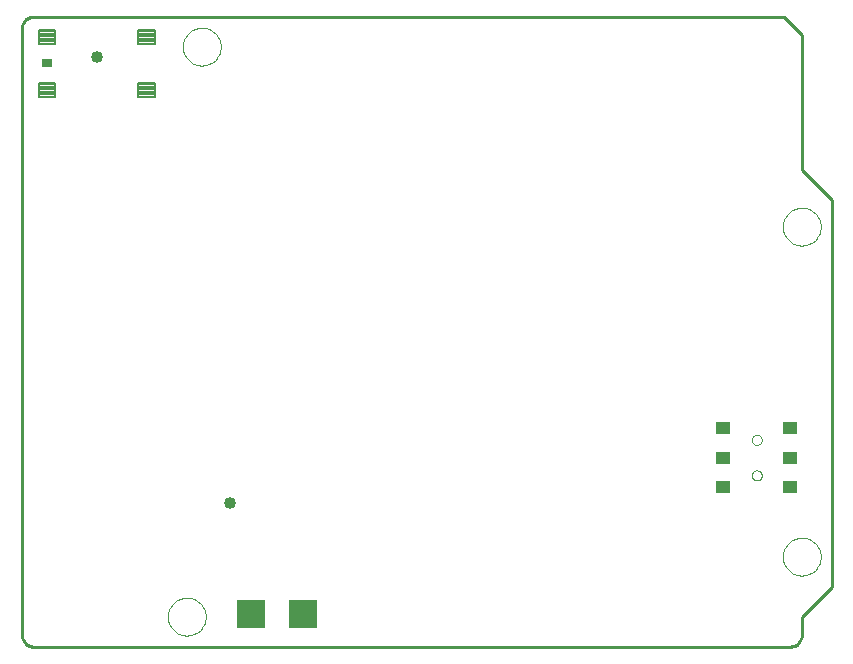
<source format=gtp>
G75*
G70*
%OFA0B0*%
%FSLAX24Y24*%
%IPPOS*%
%LPD*%
%AMOC8*
5,1,8,0,0,1.08239X$1,22.5*
%
%ADD10C,0.0100*%
%ADD11C,0.0000*%
%ADD12R,0.0945X0.0945*%
%ADD13C,0.0400*%
%ADD14C,0.0083*%
%ADD15R,0.0350X0.0300*%
%ADD16R,0.0453X0.0394*%
D10*
X001280Y000944D02*
X001280Y021156D01*
X001282Y021195D01*
X001288Y021233D01*
X001297Y021270D01*
X001310Y021307D01*
X001327Y021342D01*
X001346Y021375D01*
X001369Y021406D01*
X001395Y021435D01*
X001424Y021461D01*
X001455Y021484D01*
X001488Y021503D01*
X001523Y021520D01*
X001560Y021533D01*
X001597Y021542D01*
X001635Y021548D01*
X001674Y021550D01*
X026680Y021550D01*
X027280Y020950D01*
X027280Y016450D01*
X028280Y015450D01*
X028280Y002550D01*
X027280Y001550D01*
X027280Y000944D01*
X027278Y000905D01*
X027272Y000867D01*
X027263Y000830D01*
X027250Y000793D01*
X027233Y000758D01*
X027214Y000725D01*
X027191Y000694D01*
X027165Y000665D01*
X027136Y000639D01*
X027105Y000616D01*
X027072Y000597D01*
X027037Y000580D01*
X027000Y000567D01*
X026963Y000558D01*
X026925Y000552D01*
X026886Y000550D01*
X001674Y000550D01*
X001635Y000552D01*
X001597Y000558D01*
X001560Y000567D01*
X001523Y000580D01*
X001488Y000597D01*
X001455Y000616D01*
X001424Y000639D01*
X001395Y000665D01*
X001369Y000694D01*
X001346Y000725D01*
X001327Y000758D01*
X001310Y000793D01*
X001297Y000830D01*
X001288Y000867D01*
X001282Y000905D01*
X001280Y000944D01*
D11*
X006150Y001550D02*
X006152Y001600D01*
X006158Y001650D01*
X006168Y001699D01*
X006182Y001747D01*
X006199Y001794D01*
X006220Y001839D01*
X006245Y001883D01*
X006273Y001924D01*
X006305Y001963D01*
X006339Y002000D01*
X006376Y002034D01*
X006416Y002064D01*
X006458Y002091D01*
X006502Y002115D01*
X006548Y002136D01*
X006595Y002152D01*
X006643Y002165D01*
X006693Y002174D01*
X006742Y002179D01*
X006793Y002180D01*
X006843Y002177D01*
X006892Y002170D01*
X006941Y002159D01*
X006989Y002144D01*
X007035Y002126D01*
X007080Y002104D01*
X007123Y002078D01*
X007164Y002049D01*
X007203Y002017D01*
X007239Y001982D01*
X007271Y001944D01*
X007301Y001904D01*
X007328Y001861D01*
X007351Y001817D01*
X007370Y001771D01*
X007386Y001723D01*
X007398Y001674D01*
X007406Y001625D01*
X007410Y001575D01*
X007410Y001525D01*
X007406Y001475D01*
X007398Y001426D01*
X007386Y001377D01*
X007370Y001329D01*
X007351Y001283D01*
X007328Y001239D01*
X007301Y001196D01*
X007271Y001156D01*
X007239Y001118D01*
X007203Y001083D01*
X007164Y001051D01*
X007123Y001022D01*
X007080Y000996D01*
X007035Y000974D01*
X006989Y000956D01*
X006941Y000941D01*
X006892Y000930D01*
X006843Y000923D01*
X006793Y000920D01*
X006742Y000921D01*
X006693Y000926D01*
X006643Y000935D01*
X006595Y000948D01*
X006548Y000964D01*
X006502Y000985D01*
X006458Y001009D01*
X006416Y001036D01*
X006376Y001066D01*
X006339Y001100D01*
X006305Y001137D01*
X006273Y001176D01*
X006245Y001217D01*
X006220Y001261D01*
X006199Y001306D01*
X006182Y001353D01*
X006168Y001401D01*
X006158Y001450D01*
X006152Y001500D01*
X006150Y001550D01*
X025613Y006259D02*
X025615Y006284D01*
X025621Y006309D01*
X025630Y006333D01*
X025643Y006355D01*
X025660Y006375D01*
X025679Y006392D01*
X025700Y006406D01*
X025724Y006416D01*
X025748Y006423D01*
X025774Y006426D01*
X025799Y006425D01*
X025824Y006420D01*
X025848Y006411D01*
X025871Y006399D01*
X025891Y006384D01*
X025909Y006365D01*
X025924Y006344D01*
X025935Y006321D01*
X025943Y006297D01*
X025947Y006272D01*
X025947Y006246D01*
X025943Y006221D01*
X025935Y006197D01*
X025924Y006174D01*
X025909Y006153D01*
X025891Y006134D01*
X025871Y006119D01*
X025848Y006107D01*
X025824Y006098D01*
X025799Y006093D01*
X025774Y006092D01*
X025748Y006095D01*
X025724Y006102D01*
X025700Y006112D01*
X025679Y006126D01*
X025660Y006143D01*
X025643Y006163D01*
X025630Y006185D01*
X025621Y006209D01*
X025615Y006234D01*
X025613Y006259D01*
X025613Y007441D02*
X025615Y007466D01*
X025621Y007491D01*
X025630Y007515D01*
X025643Y007537D01*
X025660Y007557D01*
X025679Y007574D01*
X025700Y007588D01*
X025724Y007598D01*
X025748Y007605D01*
X025774Y007608D01*
X025799Y007607D01*
X025824Y007602D01*
X025848Y007593D01*
X025871Y007581D01*
X025891Y007566D01*
X025909Y007547D01*
X025924Y007526D01*
X025935Y007503D01*
X025943Y007479D01*
X025947Y007454D01*
X025947Y007428D01*
X025943Y007403D01*
X025935Y007379D01*
X025924Y007356D01*
X025909Y007335D01*
X025891Y007316D01*
X025871Y007301D01*
X025848Y007289D01*
X025824Y007280D01*
X025799Y007275D01*
X025774Y007274D01*
X025748Y007277D01*
X025724Y007284D01*
X025700Y007294D01*
X025679Y007308D01*
X025660Y007325D01*
X025643Y007345D01*
X025630Y007367D01*
X025621Y007391D01*
X025615Y007416D01*
X025613Y007441D01*
X026650Y003550D02*
X026652Y003600D01*
X026658Y003650D01*
X026668Y003699D01*
X026682Y003747D01*
X026699Y003794D01*
X026720Y003839D01*
X026745Y003883D01*
X026773Y003924D01*
X026805Y003963D01*
X026839Y004000D01*
X026876Y004034D01*
X026916Y004064D01*
X026958Y004091D01*
X027002Y004115D01*
X027048Y004136D01*
X027095Y004152D01*
X027143Y004165D01*
X027193Y004174D01*
X027242Y004179D01*
X027293Y004180D01*
X027343Y004177D01*
X027392Y004170D01*
X027441Y004159D01*
X027489Y004144D01*
X027535Y004126D01*
X027580Y004104D01*
X027623Y004078D01*
X027664Y004049D01*
X027703Y004017D01*
X027739Y003982D01*
X027771Y003944D01*
X027801Y003904D01*
X027828Y003861D01*
X027851Y003817D01*
X027870Y003771D01*
X027886Y003723D01*
X027898Y003674D01*
X027906Y003625D01*
X027910Y003575D01*
X027910Y003525D01*
X027906Y003475D01*
X027898Y003426D01*
X027886Y003377D01*
X027870Y003329D01*
X027851Y003283D01*
X027828Y003239D01*
X027801Y003196D01*
X027771Y003156D01*
X027739Y003118D01*
X027703Y003083D01*
X027664Y003051D01*
X027623Y003022D01*
X027580Y002996D01*
X027535Y002974D01*
X027489Y002956D01*
X027441Y002941D01*
X027392Y002930D01*
X027343Y002923D01*
X027293Y002920D01*
X027242Y002921D01*
X027193Y002926D01*
X027143Y002935D01*
X027095Y002948D01*
X027048Y002964D01*
X027002Y002985D01*
X026958Y003009D01*
X026916Y003036D01*
X026876Y003066D01*
X026839Y003100D01*
X026805Y003137D01*
X026773Y003176D01*
X026745Y003217D01*
X026720Y003261D01*
X026699Y003306D01*
X026682Y003353D01*
X026668Y003401D01*
X026658Y003450D01*
X026652Y003500D01*
X026650Y003550D01*
X026650Y014550D02*
X026652Y014600D01*
X026658Y014650D01*
X026668Y014699D01*
X026682Y014747D01*
X026699Y014794D01*
X026720Y014839D01*
X026745Y014883D01*
X026773Y014924D01*
X026805Y014963D01*
X026839Y015000D01*
X026876Y015034D01*
X026916Y015064D01*
X026958Y015091D01*
X027002Y015115D01*
X027048Y015136D01*
X027095Y015152D01*
X027143Y015165D01*
X027193Y015174D01*
X027242Y015179D01*
X027293Y015180D01*
X027343Y015177D01*
X027392Y015170D01*
X027441Y015159D01*
X027489Y015144D01*
X027535Y015126D01*
X027580Y015104D01*
X027623Y015078D01*
X027664Y015049D01*
X027703Y015017D01*
X027739Y014982D01*
X027771Y014944D01*
X027801Y014904D01*
X027828Y014861D01*
X027851Y014817D01*
X027870Y014771D01*
X027886Y014723D01*
X027898Y014674D01*
X027906Y014625D01*
X027910Y014575D01*
X027910Y014525D01*
X027906Y014475D01*
X027898Y014426D01*
X027886Y014377D01*
X027870Y014329D01*
X027851Y014283D01*
X027828Y014239D01*
X027801Y014196D01*
X027771Y014156D01*
X027739Y014118D01*
X027703Y014083D01*
X027664Y014051D01*
X027623Y014022D01*
X027580Y013996D01*
X027535Y013974D01*
X027489Y013956D01*
X027441Y013941D01*
X027392Y013930D01*
X027343Y013923D01*
X027293Y013920D01*
X027242Y013921D01*
X027193Y013926D01*
X027143Y013935D01*
X027095Y013948D01*
X027048Y013964D01*
X027002Y013985D01*
X026958Y014009D01*
X026916Y014036D01*
X026876Y014066D01*
X026839Y014100D01*
X026805Y014137D01*
X026773Y014176D01*
X026745Y014217D01*
X026720Y014261D01*
X026699Y014306D01*
X026682Y014353D01*
X026668Y014401D01*
X026658Y014450D01*
X026652Y014500D01*
X026650Y014550D01*
X006650Y020550D02*
X006652Y020600D01*
X006658Y020650D01*
X006668Y020699D01*
X006682Y020747D01*
X006699Y020794D01*
X006720Y020839D01*
X006745Y020883D01*
X006773Y020924D01*
X006805Y020963D01*
X006839Y021000D01*
X006876Y021034D01*
X006916Y021064D01*
X006958Y021091D01*
X007002Y021115D01*
X007048Y021136D01*
X007095Y021152D01*
X007143Y021165D01*
X007193Y021174D01*
X007242Y021179D01*
X007293Y021180D01*
X007343Y021177D01*
X007392Y021170D01*
X007441Y021159D01*
X007489Y021144D01*
X007535Y021126D01*
X007580Y021104D01*
X007623Y021078D01*
X007664Y021049D01*
X007703Y021017D01*
X007739Y020982D01*
X007771Y020944D01*
X007801Y020904D01*
X007828Y020861D01*
X007851Y020817D01*
X007870Y020771D01*
X007886Y020723D01*
X007898Y020674D01*
X007906Y020625D01*
X007910Y020575D01*
X007910Y020525D01*
X007906Y020475D01*
X007898Y020426D01*
X007886Y020377D01*
X007870Y020329D01*
X007851Y020283D01*
X007828Y020239D01*
X007801Y020196D01*
X007771Y020156D01*
X007739Y020118D01*
X007703Y020083D01*
X007664Y020051D01*
X007623Y020022D01*
X007580Y019996D01*
X007535Y019974D01*
X007489Y019956D01*
X007441Y019941D01*
X007392Y019930D01*
X007343Y019923D01*
X007293Y019920D01*
X007242Y019921D01*
X007193Y019926D01*
X007143Y019935D01*
X007095Y019948D01*
X007048Y019964D01*
X007002Y019985D01*
X006958Y020009D01*
X006916Y020036D01*
X006876Y020066D01*
X006839Y020100D01*
X006805Y020137D01*
X006773Y020176D01*
X006745Y020217D01*
X006720Y020261D01*
X006699Y020306D01*
X006682Y020353D01*
X006668Y020401D01*
X006658Y020450D01*
X006652Y020500D01*
X006650Y020550D01*
D12*
X008914Y001650D03*
X010646Y001650D03*
D13*
X008227Y005341D03*
X003780Y020200D03*
D14*
X002400Y020652D02*
X001852Y020652D01*
X001852Y021120D01*
X002400Y021120D01*
X002400Y020652D01*
X002400Y020734D02*
X001852Y020734D01*
X001852Y020816D02*
X002400Y020816D01*
X002400Y020898D02*
X001852Y020898D01*
X001852Y020980D02*
X002400Y020980D01*
X002400Y021062D02*
X001852Y021062D01*
X001852Y018880D02*
X002400Y018880D01*
X001852Y018880D02*
X001852Y019348D01*
X002400Y019348D01*
X002400Y018880D01*
X002400Y018962D02*
X001852Y018962D01*
X001852Y019044D02*
X002400Y019044D01*
X002400Y019126D02*
X001852Y019126D01*
X001852Y019208D02*
X002400Y019208D01*
X002400Y019290D02*
X001852Y019290D01*
X005160Y018880D02*
X005708Y018880D01*
X005160Y018880D02*
X005160Y019348D01*
X005708Y019348D01*
X005708Y018880D01*
X005708Y018962D02*
X005160Y018962D01*
X005160Y019044D02*
X005708Y019044D01*
X005708Y019126D02*
X005160Y019126D01*
X005160Y019208D02*
X005708Y019208D01*
X005708Y019290D02*
X005160Y019290D01*
X005160Y020652D02*
X005708Y020652D01*
X005160Y020652D02*
X005160Y021120D01*
X005708Y021120D01*
X005708Y020652D01*
X005708Y020734D02*
X005160Y020734D01*
X005160Y020816D02*
X005708Y020816D01*
X005708Y020898D02*
X005160Y020898D01*
X005160Y020980D02*
X005708Y020980D01*
X005708Y021062D02*
X005160Y021062D01*
D15*
X002105Y020000D03*
D16*
X024668Y007834D03*
X024668Y006850D03*
X024668Y005866D03*
X026892Y005866D03*
X026892Y006850D03*
X026892Y007834D03*
M02*

</source>
